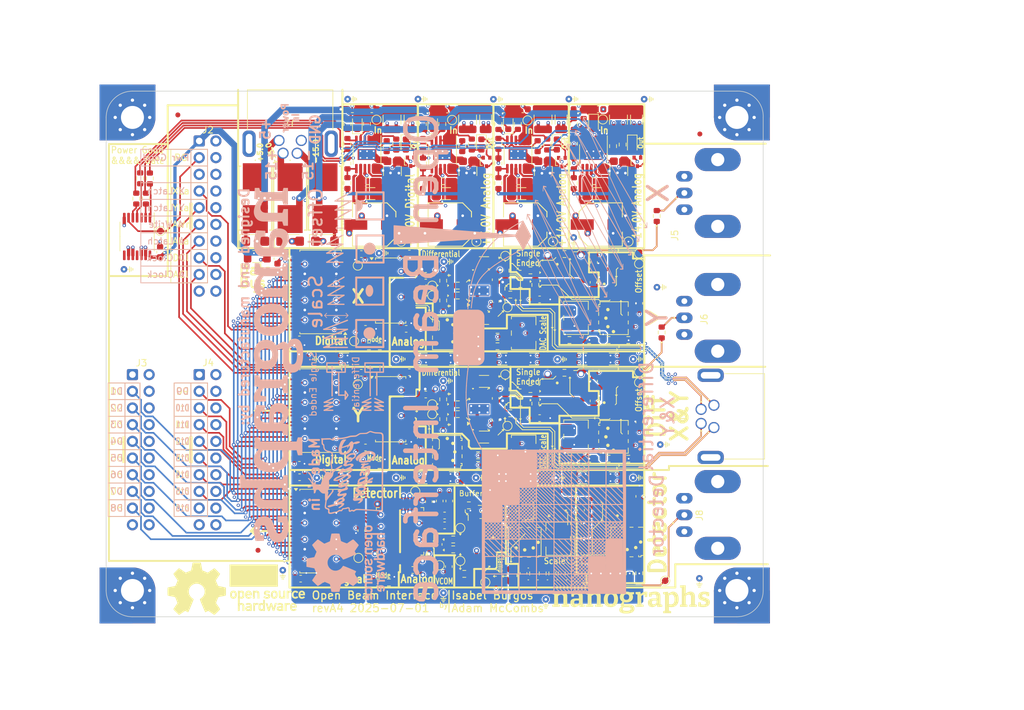
<source format=kicad_pcb>
(kicad_pcb
	(version 20240108)
	(generator "pcbnew")
	(generator_version "8.0")
	(general
		(thickness 1.567)
		(legacy_teardrops no)
	)
	(paper "A4")
	(layers
		(0 "F.Cu" signal)
		(1 "In1.Cu" power)
		(2 "In2.Cu" power)
		(31 "B.Cu" signal)
		(32 "B.Adhes" user "B.Adhesive")
		(33 "F.Adhes" user "F.Adhesive")
		(34 "B.Paste" user)
		(35 "F.Paste" user)
		(36 "B.SilkS" user "B.Silkscreen")
		(37 "F.SilkS" user "F.Silkscreen")
		(38 "B.Mask" user)
		(39 "F.Mask" user)
		(40 "Dwgs.User" user "User.Drawings")
		(41 "Cmts.User" user "User.Comments")
		(42 "Eco1.User" user "User.Eco1")
		(43 "Eco2.User" user "User.Eco2")
		(44 "Edge.Cuts" user)
		(45 "Margin" user)
		(46 "B.CrtYd" user "B.Courtyard")
		(47 "F.CrtYd" user "F.Courtyard")
		(48 "B.Fab" user)
		(49 "F.Fab" user)
		(50 "User.1" user)
		(51 "User.2" user)
		(52 "User.3" user)
		(53 "User.4" user)
		(54 "User.5" user)
		(55 "User.6" user)
		(56 "User.7" user)
		(57 "User.8" user)
		(58 "User.9" user)
	)
	(setup
		(stackup
			(layer "F.SilkS"
				(type "Top Silk Screen")
				(color "White")
			)
			(layer "F.Paste"
				(type "Top Solder Paste")
			)
			(layer "F.Mask"
				(type "Top Solder Mask")
				(color "Purple")
				(thickness 0.0254)
			)
			(layer "F.Cu"
				(type "copper")
				(thickness 0.0432)
			)
			(layer "dielectric 1"
				(type "prepreg")
				(color "FR4 natural")
				(thickness 0.2021)
				(material "FR408-HR")
				(epsilon_r 3.69)
				(loss_tangent 0.0091)
			)
			(layer "In1.Cu"
				(type "copper")
				(thickness 0.0175)
			)
			(layer "dielectric 2"
				(type "core")
				(color "FR4 natural")
				(thickness 0.9906)
				(material "FR408-HR")
				(epsilon_r 3.69)
				(loss_tangent 0.0091)
			)
			(layer "In2.Cu"
				(type "copper")
				(thickness 0.0175)
			)
			(layer "dielectric 3"
				(type "prepreg")
				(color "FR4 natural")
				(thickness 0.2021)
				(material "FR408-HR")
				(epsilon_r 3.69)
				(loss_tangent 0.0091)
			)
			(layer "B.Cu"
				(type "copper")
				(thickness 0.0432)
			)
			(layer "B.Mask"
				(type "Bottom Solder Mask")
				(color "Purple")
				(thickness 0.0254)
			)
			(layer "B.Paste"
				(type "Bottom Solder Paste")
			)
			(layer "B.SilkS"
				(type "Bottom Silk Screen")
				(color "White")
			)
			(copper_finish "None")
			(dielectric_constraints no)
		)
		(pad_to_mask_clearance 0)
		(allow_soldermask_bridges_in_footprints no)
		(aux_axis_origin 113.2 133)
		(pcbplotparams
			(layerselection 0x0001008_7ffffff8)
			(plot_on_all_layers_selection 0x0000000_00000000)
			(disableapertmacros no)
			(usegerberextensions no)
			(usegerberattributes yes)
			(usegerberadvancedattributes yes)
			(creategerberjobfile yes)
			(dashed_line_dash_ratio 2.000000)
			(dashed_line_gap_ratio 1.000000)
			(svgprecision 4)
			(plotframeref no)
			(viasonmask no)
			(mode 1)
			(useauxorigin no)
			(hpglpennumber 1)
			(hpglpenspeed 20)
			(hpglpendiameter 15.000000)
			(pdf_front_fp_property_popups yes)
			(pdf_back_fp_property_popups yes)
			(dxfpolygonmode yes)
			(dxfimperialunits yes)
			(dxfusepcbnewfont yes)
			(psnegative no)
			(psa4output no)
			(plotreference yes)
			(plotvalue yes)
			(plotfptext yes)
			(plotinvisibletext no)
			(sketchpadsonfab no)
			(subtractmaskfromsilk no)
			(outputformat 1)
			(mirror no)
			(drillshape 0)
			(scaleselection 1)
			(outputdirectory "")
		)
	)
	(net 0 "")
	(net 1 "GNDA")
	(net 2 "Net-(U1-SET)")
	(net 3 "Net-(U2-SET)")
	(net 4 "+3V0")
	(net 5 "+14V0")
	(net 6 "Net-(U3-SET)")
	(net 7 "-14V0")
	(net 8 "Net-(U7-REFIO)")
	(net 9 "Net-(U8-REFIO)")
	(net 10 "+3.3V")
	(net 11 "Net-(C49-Pad1)")
	(net 12 "Net-(C49-Pad2)")
	(net 13 "+15V")
	(net 14 "-15V")
	(net 15 "Net-(U9-Ain+)")
	(net 16 "Net-(U9-Ain-)")
	(net 17 "/+15V Supply")
	(net 18 "/-15V Supply")
	(net 19 "Net-(U7-IOUTB)")
	(net 20 "Net-(U7-IOUTA)")
	(net 21 "/S.LATCH_X")
	(net 22 "/S.LATCH_Y")
	(net 23 "/S.LATCH_A")
	(net 24 "/S.WRITE_A")
	(net 25 "/S.CLK_D")
	(net 26 "/S.CLK_A")
	(net 27 "Net-(U8-IOUTB)")
	(net 28 "Net-(U8-IOUTA)")
	(net 29 "Net-(D1-A)")
	(net 30 "Net-(J5-In)")
	(net 31 "Net-(D6-K)")
	(net 32 "/D-1")
	(net 33 "/D-2")
	(net 34 "/D-3")
	(net 35 "/D-4")
	(net 36 "/D-5")
	(net 37 "/D-6")
	(net 38 "/D-7")
	(net 39 "/D-8")
	(net 40 "Net-(D7-COM)")
	(net 41 "Net-(U19-SET)")
	(net 42 "unconnected-(J2-Pin_2-Pad2)")
	(net 43 "/D-9")
	(net 44 "/D-10")
	(net 45 "/D-11")
	(net 46 "/D-12")
	(net 47 "/D-13")
	(net 48 "/D-14")
	(net 49 "/D-15")
	(net 50 "unconnected-(J2-Pin_19-Pad19)")
	(net 51 "unconnected-(J2-Pin_20-Pad20)")
	(net 52 "Net-(D8-K)")
	(net 53 "unconnected-(J3-Pin_1-Pad1)")
	(net 54 "unconnected-(J3-Pin_19-Pad19)")
	(net 55 "unconnected-(J3-Pin_20-Pad20)")
	(net 56 "Net-(D8-A)")
	(net 57 "unconnected-(J3-Pin_2-Pad2)")
	(net 58 "Net-(U13-+)")
	(net 59 "unconnected-(J4-Pin_19-Pad19)")
	(net 60 "unconnected-(J4-Pin_20-Pad20)")
	(net 61 "Net-(J6-In)")
	(net 62 "Net-(J7-Pin_1)")
	(net 63 "Net-(U14-+)")
	(net 64 "Net-(U15--)")
	(net 65 "Net-(U16--)")
	(net 66 "Net-(J7-Pin_2)")
	(net 67 "Net-(J7-Pin_3)")
	(net 68 "Net-(J7-Pin_4)")
	(net 69 "Net-(J8-In)")
	(net 70 "unconnected-(J4-Pin_1-Pad1)")
	(net 71 "Net-(U1-ILIM)")
	(net 72 "Net-(U2-ILIM)")
	(net 73 "/Y-14")
	(net 74 "/Y-13")
	(net 75 "/Y-12")
	(net 76 "/Y-11")
	(net 77 "/Y-10")
	(net 78 "/Y-9")
	(net 79 "/Y-8")
	(net 80 "/Y-7")
	(net 81 "/Y-6")
	(net 82 "/Y-5")
	(net 83 "/Y-4")
	(net 84 "/Y-3")
	(net 85 "/Y-2")
	(net 86 "/Y-1")
	(net 87 "unconnected-(U14-NC-Pad5)")
	(net 88 "unconnected-(U15-NC-Pad5)")
	(net 89 "unconnected-(U16-NC-Pad5)")
	(net 90 "Net-(U1-PGFB)")
	(net 91 "Net-(U2-PGFB)")
	(net 92 "Net-(U3-ILIM)")
	(net 93 "/X-14")
	(net 94 "/X-13")
	(net 95 "/X-12")
	(net 96 "/X-11")
	(net 97 "/X-10")
	(net 98 "/X-9")
	(net 99 "/X-8")
	(net 100 "/X-7")
	(net 101 "/X-6")
	(net 102 "/X-5")
	(net 103 "/X-4")
	(net 104 "/X-3")
	(net 105 "/X-2")
	(net 106 "/X-1")
	(net 107 "Net-(U3-PGFB)")
	(net 108 "/A-1")
	(net 109 "/A-2")
	(net 110 "/A-3")
	(net 111 "/A-4")
	(net 112 "/A-5")
	(net 113 "/A-6")
	(net 114 "/A-7")
	(net 115 "/A-8")
	(net 116 "/A-9")
	(net 117 "/A-10")
	(net 118 "/A-11")
	(net 119 "/A-12")
	(net 120 "/A-13")
	(net 121 "/A-14")
	(net 122 "/A-15")
	(net 123 "Net-(U7-FS_ADJ)")
	(net 124 "Net-(U8-FS_ADJ)")
	(net 125 "Net-(R34-Pad2)")
	(net 126 "Net-(R35-Pad2)")
	(net 127 "Net-(U11-+)")
	(net 128 "Net-(U11--)")
	(net 129 "Net-(U12-+)")
	(net 130 "Net-(U12--)")
	(net 131 "Net-(U11-Vout-)")
	(net 132 "Net-(U11-Vout+)")
	(net 133 "Net-(U10-+)")
	(net 134 "Net-(U10--)")
	(net 135 "Net-(U12-Vout-)")
	(net 136 "Net-(U12-Vout+)")
	(net 137 "Net-(R60-Pad2)")
	(net 138 "Net-(C74-Pad1)")
	(net 139 "Net-(U16-+)")
	(net 140 "unconnected-(U3-VIOC-Pad7)")
	(net 141 "unconnected-(U4-2Q7-Pad22)")
	(net 142 "unconnected-(U4-2Q8-Pad23)")
	(net 143 "unconnected-(U4-2D8-Pad26)")
	(net 144 "unconnected-(U5-2Q7-Pad22)")
	(net 145 "unconnected-(U5-2Q8-Pad23)")
	(net 146 "unconnected-(U5-2D8-Pad26)")
	(net 147 "unconnected-(U6-2Q8-Pad23)")
	(net 148 "unconnected-(U7-SLEEP-Pad15)")
	(net 149 "unconnected-(U8-SLEEP-Pad15)")
	(net 150 "unconnected-(U10-PD-Pad7)")
	(net 151 "unconnected-(U11-PD-Pad7)")
	(net 152 "unconnected-(U12-PD-Pad7)")
	(net 153 "unconnected-(U13-VOS-Pad1)")
	(net 154 "unconnected-(U13-NC-Pad5)")
	(net 155 "unconnected-(U13-VOS-Pad8)")
	(net 156 "unconnected-(U14-VOS-Pad1)")
	(net 157 "unconnected-(U14-VOS-Pad8)")
	(net 158 "unconnected-(U15-VOS-Pad1)")
	(net 159 "unconnected-(U15-VOS-Pad8)")
	(net 160 "unconnected-(U16-VOS-Pad1)")
	(net 161 "unconnected-(U16-VOS-Pad8)")
	(net 162 "unconnected-(U6-2D8-Pad26)")
	(net 163 "Net-(U17--)")
	(net 164 "Net-(U17-+)")
	(net 165 "Net-(U18--)")
	(net 166 "unconnected-(U17-VOS-Pad1)")
	(net 167 "unconnected-(U17-NC-Pad5)")
	(net 168 "unconnected-(U17-VOS-Pad8)")
	(net 169 "unconnected-(U18-VOS-Pad1)")
	(net 170 "unconnected-(U18-NC-Pad5)")
	(net 171 "unconnected-(U18-VOS-Pad8)")
	(net 172 "Net-(D5-K)")
	(net 173 "Net-(D2-K)")
	(net 174 "Net-(D4-K)")
	(net 175 "Net-(D3-K)")
	(net 176 "Net-(D4-A)")
	(net 177 "Net-(D5-A)")
	(net 178 "Net-(D6-A)")
	(net 179 "unconnected-(J4-Pin_17-Pad17)")
	(net 180 "Net-(R75-Pad1)")
	(net 181 "Net-(R30-Pad2)")
	(net 182 "Net-(R72-Pad2)")
	(net 183 "Net-(R74-Pad2)")
	(net 184 "Net-(R77-Pad2)")
	(net 185 "Net-(R79-Pad2)")
	(net 186 "Net-(RV2-Pad2)")
	(net 187 "Net-(U18-+)")
	(net 188 "Net-(R75-Pad2)")
	(net 189 "Net-(R59-Pad2)")
	(net 190 "unconnected-(J4-Pin_2-Pad2)")
	(net 191 "Net-(R29-Pad2)")
	(net 192 "Net-(R65-Pad2)")
	(net 193 "Net-(R68-Pad2)")
	(net 194 "Net-(R76-Pad2)")
	(net 195 "Net-(R80-Pad2)")
	(net 196 "Net-(R81-Pad1)")
	(net 197 "Net-(R81-Pad2)")
	(net 198 "Net-(U19-ILIM)")
	(net 199 "Net-(U19-PGFB)")
	(net 200 "Net-(RV5-Pad2)")
	(net 201 "Net-(D9-K)")
	(net 202 "Net-(J1-Pin_2)")
	(net 203 "Net-(J1-Pin_3)")
	(net 204 "Net-(J1-Pin_4)")
	(net 205 "Net-(R64-Pad1)")
	(net 206 "Net-(R90-Pad2)")
	(net 207 "Net-(R91-Pad2)")
	(net 208 "Net-(R94-Pad1)")
	(net 209 "Net-(R95-Pad1)")
	(net 210 "Net-(RV7-Pad2)")
	(net 211 "Net-(RV3-Pad1)")
	(net 212 "Net-(U10-Vocm)")
	(net 213 "Net-(R27-Pad2)")
	(net 214 "+5VA")
	(net 215 "+5VD")
	(net 216 "/+5V Supply")
	(net 217 "Net-(U13--)")
	(net 218 "Net-(U14--)")
	(net 219 "Net-(JP5-C)")
	(net 220 "Net-(JP6-C)")
	(net 221 "Net-(JP7-C)")
	(net 222 "unconnected-(J2-Pin_5-Pad5)")
	(net 223 "/PG+14A")
	(net 224 "/PG3.3A")
	(net 225 "/PG-14A")
	(net 226 "/PG3.3D")
	(net 227 "/Power Good")
	(net 228 "Net-(Q1-B)")
	(net 229 "Net-(Q2-B)")
	(net 230 "Net-(Q3-B)")
	(net 231 "Net-(Q4-B)")
	(net 232 "Net-(R24-Pad2)")
	(net 233 "Net-(R25-Pad2)")
	(net 234 "Net-(R26-Pad2)")
	(net 235 "Net-(R97-Pad2)")
	(net 236 "unconnected-(U20-Pad8)")
	(footprint "Capacitor_SMD:C_0603_1608Metric" (layer "F.Cu") (at 159.86 125.88 180))
	(footprint "Resistor_SMD:R_0603_1608Metric" (layer "F.Cu") (at 174.71 83.97 180))
	(footprint "Resistor_SMD:R_0603_1608Metric" (layer "F.Cu") (at 164.5 99.91 -90))
	(footprint "Resistor_SMD:R_0603_1608Metric" (layer "F.Cu") (at 164.46 66.7))
	(footprint "Resistor_SMD:R_0603_1608Metric" (layer "F.Cu") (at 192.67 108.94 180))
	(footprint "Scan Generator:GND Test Point WIth Dimensions" (layer "F.Cu") (at 164.6 78.94 90))
	(footprint "Resistor_SMD:R_0603_1608Metric" (layer "F.Cu") (at 170.73 126.48))
	(footprint "Package_SO:MSOP-12-1EP_3x4mm_P0.65mm_EP1.65x2.85mm_ThermalVias" (layer "F.Cu") (at 152.902344 62.65 -90))
	(footprint "Capacitor_SMD:C_0603_1608Metric" (layer "F.Cu") (at 165.13 55.79))
	(footprint "Package_SO:TSSOP-14_4.4x5mm_P0.65mm" (layer "F.Cu") (at 117.9068 75.12215 -90))
	(footprint "LED_SMD:LED_0603_1608Metric" (layer "F.Cu") (at 187.37 58 -90))
	(footprint "Resistor_SMD:R_0603_1608Metric" (layer "F.Cu") (at 155.89 61.37 90))
	(footprint "Scan Generator:C_1210_3225_Kelvin_Connections" (layer "F.Cu") (at 179.74 65.15 -90))
	(footprint "Resistor_SMD:R_0603_1608Metric" (layer "F.Cu") (at 173.98 98.38 -90))
	(footprint "Capacitor_SMD:C_1206_3216Metric" (layer "F.Cu") (at 166.15 111.84 180))
	(footprint "Capacitor_SMD:C_1206_3216Metric" (layer "F.Cu") (at 166.15 93.78 180))
	(footprint "Capacitor_SMD:C_1206_3216Metric" (layer "F.Cu") (at 185.67 93.78))
	(footprint "Resistor_SMD:R_0603_1608Metric" (layer "F.Cu") (at 182.95 95.86))
	(footprint "Capacitor_SMD:C_0603_1608Metric" (layer "F.Cu") (at 176.61 55.77))
	(footprint "Resistor_SMD:R_1206_3216Metric" (layer "F.Cu") (at 170.71 87.59))
	(footprint "TestPoint:TestPoint_Pad_D1.0mm" (layer "F.Cu") (at 167.1 119.49))
	(footprint "Resistor_SMD:R_1206_3216Metric" (layer "F.Cu") (at 170.71 97.17))
	(footprint "Capacitor_SMD:C_0603_1608Metric" (layer "F.Cu") (at 159.35 95.78 180))
	(footprint "Capacitor_SMD:C_0603_1608Metric" (layer "F.Cu") (at 142.64 111.76 180))
	(footprint "Scan Generator:MountingHole_3.5mm_Pad_Via_CrtYd" (layer "F.Cu") (at 117.2 129 90))
	(footprint "Scan Generator:GND Test Point WIth Dimensions" (layer "F.Cu") (at 197.03 82.84 90))
	(footprint "Capacitor_SMD:C_0603_1608Metric" (layer "F.Cu") (at 152.04 119.89 -90))
	(footprint "Scan Generator:GND Test Point WIth Dimensions" (layer "F.Cu") (at 197.53 106.79 90))
	(footprint "Scan Generator:Reduced_pads_R_Axial_DIN0204_L3.6mm_D1.6mm_P5.08mm_Horizontal" (layer "F.Cu") (at 180.39 96.04))
	(footprint "Resistor_SMD:R_0603_1608Metric" (layer "F.Cu") (at 169.8 109.89 180))
	(footprint "Resistor_SMD:R_0603_1608Metric" (layer "F.Cu") (at 189.67 108.94))
	(footprint "Capacitor_SMD:C_0603_1608Metric" (layer "F.Cu") (at 165.35 125.36 -90))
	(footprint "Scan Generator:SOT-416" (layer "F.Cu") (at 182.56 63.81 -90))
	(footprint "Resistor_SMD:R_0603_1608Metric"
		(layer "F.Cu")
		(uuid "1b3e5292-3206-4601-a222-9cbf3a9b1441")
		(at 183.71 90.88)
		(descr "Resistor SMD 0603 (1608 Metric), square (rectangular) end terminal, IPC_7351 nominal, (Body size source: IPC-SM-782 page 72, https://www.pcb-3d.com/wordpress/wp-content/uploads/ipc-sm-782a_amendment_1_and_2.pdf), generated with kicad-footprint-generator")
		(tags "resistor")
		(property "Reference" "R77"
			(at 0 -1.43 0)
			(layer "F.SilkS")
			(hide yes)
			(uuid "8a520ffe-15a1-42aa-9b7e-5fb9819705cf")
			(effects
				(font
					(size 1 1)
					(thickness 0.15)
				)
			)
		)
		(property "Value" "22k"
			(at 0 1.43 0)
			(layer "F.Fab")
			(uuid "a732068a-da67-4dcc-a786-6374695f9dc1")
			(effects
				(font
					(size 1 1)
					(thickness 0.15)
				)
			)
		)
		(property "Footprint" "Resistor_SMD:R_0603_1608Metric"
			(at 0 0 0)
			(unlocked yes)
			(layer "F.Fab")
			(hide yes)
			(uuid "969b446f-3463-4587-a287-2378e984fd8b")
			(effects
				(font
					(size 1.27 1.27)
				)
			)
		)
		(property "Datasheet" ""
			(at 0 0 0)
			(unlocked yes)
			(layer "F.Fab")
			(hide yes)
			(uuid "22b60518-6ff9-4a21-8bf3-079b75538323")
			(effects
				(font
					(size 1.27 1.27)
				)
			)
		)
		(property "Description" ""
			(at 0 0 0)
			(unlocked yes)
			(layer "F.Fab")
			(hide yes)
			(uuid "eb073791-0add-40b8-8965-90d8ff4bd9a9")
			(effects
				(font
					(size 1.27 1.27)
				)
			)
		)
		(property "DK Part Number" "P20122CT-ND"
			(at 0 0 0)
			(layer "F.Fab")
			(hide yes)
			(uuid "04a2c0e5-8e6d-4b3f-9e53-d4aad271e286")
			(effects
				(
... [4147535 chars truncated]
</source>
